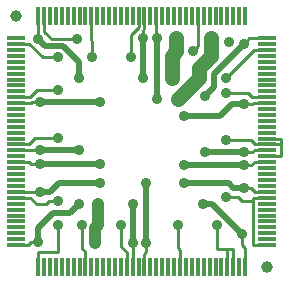
<source format=gtl>
%FSTAX23Y23*%
%MOIN*%
%SFA1B1*%

%IPPOS*%
%ADD10R,0.062990X0.011810*%
%ADD11R,0.011810X0.062990*%
%ADD12C,0.039370*%
%ADD13C,0.039370*%
%ADD14C,0.009840*%
%ADD15C,0.009840*%
%ADD16C,0.019690*%
%ADD17C,0.039370*%
%ADD18C,0.050000*%
%ADD19C,0.035430*%
%ADD20C,0.035430*%
%LNpqfp_fpga_fan-out-1*%
%LPD*%
G54D10*
X01022Y00838D03*
Y00818D03*
Y00799D03*
Y00779D03*
X00187Y00582D03*
Y00661D03*
Y0072D03*
Y0074D03*
Y00759D03*
Y00779D03*
Y00799D03*
Y00247D03*
X01022Y00759D03*
Y0074D03*
Y0072D03*
Y00661D03*
Y00641D03*
Y00621D03*
Y00602D03*
Y00582D03*
Y00464D03*
Y00444D03*
Y00425D03*
Y00405D03*
Y00346D03*
Y00326D03*
Y00306D03*
Y00287D03*
Y00267D03*
Y00247D03*
X00187Y00306D03*
Y00326D03*
Y00267D03*
Y00287D03*
Y00562D03*
X01022Y00385D03*
Y00484D03*
Y0068D03*
X00187D03*
Y00484D03*
Y00385D03*
Y00897D03*
X01022Y00877D03*
Y00208D03*
Y00228D03*
Y00365D03*
Y00503D03*
Y00523D03*
Y00543D03*
Y00562D03*
Y007D03*
Y00858D03*
Y00897D03*
X00187Y00877D03*
Y007D03*
Y00543D03*
Y00523D03*
Y00503D03*
Y00365D03*
Y00208D03*
Y00858D03*
Y00228D03*
Y00464D03*
Y00444D03*
Y00425D03*
Y00405D03*
Y00346D03*
Y00838D03*
Y00818D03*
Y00641D03*
Y00621D03*
Y00602D03*
G54D11*
X00299Y0097D03*
X00339D03*
X00358D03*
X00378D03*
X00398D03*
X00417D03*
X00457D03*
X00693D03*
X00713D03*
X00732D03*
X00752D03*
X00772D03*
X00811D03*
X00831D03*
X00851D03*
X0087D03*
X0089D03*
X0091D03*
X00477D03*
X00496D03*
X00516D03*
X00536D03*
X00555D03*
X00575D03*
X00634D03*
X00673D03*
X0087Y00135D03*
X00831D03*
X00811D03*
X00792D03*
X00772D03*
X00713D03*
X00752D03*
X00693D03*
X00673D03*
X00654D03*
X00634D03*
X00595D03*
X00536D03*
X00614D03*
X00654Y0097D03*
X0028D03*
X00319D03*
X00929D03*
X00949D03*
X00929Y00135D03*
X0026D03*
X00299D03*
X00319D03*
X00339D03*
X00358D03*
X00378D03*
X00398D03*
X00417D03*
X00437D03*
X00457D03*
X00477D03*
X00496D03*
X00516D03*
X00555D03*
X00575D03*
X00732D03*
X00851D03*
X0089D03*
X0091D03*
X00949D03*
X00792Y0097D03*
X00614D03*
X00595D03*
X00437D03*
X0026D03*
X0028Y00135D03*
G54D12*
X00187Y0097D03*
G54D13*
X01022Y00135D03*
G54D14*
X0026Y00135D02*
Y00183D01*
X00325*
Y00273*
X00405Y00198D02*
X00417Y00185D01*
Y00135D02*
Y00185D01*
X00405Y00198D02*
Y00273D01*
X00575Y00135D02*
Y00213D01*
X00187Y00543D02*
X0023D01*
X00187Y00523D02*
X00264D01*
X0023Y00543D02*
X0025Y00563D01*
X00187Y007D02*
X00232D01*
X00255Y00723*
X0023Y00877D02*
X00275Y00833D01*
X0028Y00917D02*
Y0097D01*
X0025Y00563D02*
X00325D01*
X00255Y00723D02*
X00325D01*
X0028Y00917D02*
X00305Y00893D01*
X00275Y00833D02*
X00325D01*
X00305Y00893D02*
X0039D01*
X0044Y00833D02*
Y00888D01*
X00437Y0089D02*
X0044Y00888D01*
X00437Y0089D02*
Y0097D01*
X0057Y00833D02*
Y00908D01*
X00595Y00933*
X0061Y00898D02*
Y00923D01*
X00595Y00933D02*
Y0097D01*
X00614Y00135D02*
Y00177D01*
X0062Y00183*
Y00213*
X00732Y00135D02*
Y0019D01*
X00725Y00198D02*
X00732Y0019D01*
X00725Y00198D02*
Y00273D01*
X0089Y00135D02*
Y00193D01*
X0091Y00135D02*
Y00193D01*
X00855D02*
X0091D01*
X00949Y00135D02*
Y00198D01*
X00855Y00193D02*
Y00273D01*
X0094Y00208D02*
Y00243D01*
X00885Y00368D02*
X00925D01*
X0094Y00353*
Y00208D02*
X00949Y00198D01*
X0094Y00353D02*
X00975D01*
Y00208D02*
Y00365D01*
Y00208D02*
X01022D01*
X00975Y00365D02*
X01022D01*
X00982Y00385D02*
X01022D01*
X00945Y00398D02*
X0097D01*
X00982Y00385*
X00945Y00518D02*
X00975D01*
X01022Y00503D02*
X0107D01*
Y00562*
X0061Y00923D02*
X00614Y00927D01*
Y0097*
X00775Y00853D02*
X00792Y0087D01*
Y0097*
X00654Y00898D02*
Y0097D01*
X00975Y00518D02*
X0098Y00523D01*
X01022*
X00984Y00543D02*
X0107D01*
X00885Y00558D02*
X0097D01*
X00984Y00543*
X01022Y00562D02*
X0107D01*
X00885Y00763D02*
X0098Y00858D01*
X00945Y00878D02*
X00964Y00897D01*
X01022*
X0098Y00858D02*
X01022D01*
G54D15*
X00187Y00208D02*
X00225D01*
X00226D02*
X00236Y00218D01*
X0026*
X00255Y00343D02*
X00285D01*
X00187Y00365D02*
X00232D01*
X00255Y00343*
X00237Y00385D02*
X0024Y00383D01*
X00285Y00343D02*
X00295Y00353D01*
X00187Y00484D02*
X00228D01*
X00235Y00478*
X0024Y00383D02*
X00265D01*
X00187Y00385D02*
X00237D01*
X00235Y00478D02*
X00265D01*
X00555Y00135D02*
Y00182D01*
X00295Y00353D02*
X00325D01*
X00535Y00203D02*
X00555Y00182D01*
X00535Y00203D02*
Y00273D01*
X00187Y0068D02*
X00237D01*
X0024Y00683*
X00265*
X00187Y00877D02*
X0023D01*
X0026Y00893D02*
Y0097D01*
X00945Y00473D02*
X0097D01*
X00981Y00484*
X01022*
X00945Y00678D02*
X00975D01*
X00977Y0068*
X01022*
X00885Y00713D02*
X0096D01*
X00972Y007*
X01022D01*
G54D16*
X0026Y00218D02*
Y00263D01*
X00265Y00383D02*
X003D01*
X0026Y00263D02*
X0031Y00313D01*
X00365*
X003Y00383D02*
X0033Y00413D01*
X00365Y00313D02*
X00395Y00343D01*
X00265Y00478D02*
X00465D01*
X0033Y00413D02*
X00465D01*
X00575Y00213D02*
Y00343D01*
X00265Y00523D02*
X00395D01*
X00265Y00683D02*
X00465D01*
X0026Y00893D02*
X00283Y0087D01*
X00343*
X00395Y00763D02*
Y00818D01*
X00343Y0087D02*
X00395Y00818D01*
X0061Y00763D02*
Y00898D01*
X0062Y00213D02*
Y00413D01*
X0081Y00343D02*
X0084D01*
X00745Y00413D02*
X00895D01*
X0084Y00343D02*
X0094Y00243D01*
X00895Y00413D02*
X0091Y00398D01*
X00945*
X00745Y00473D02*
X00945D01*
X00815Y00518D02*
X00945D01*
X00655Y00693D02*
Y00898D01*
X00745Y00638D02*
X00865D01*
X00815Y00703D02*
X00845Y00733D01*
Y00778*
X00865Y00638D02*
X00905Y00678D01*
X00945*
X00845Y00778D02*
X00945Y00878D01*
G54D17*
X0045Y00213D02*
Y00263D01*
X0046Y00273*
Y00343*
G54D18*
X00705Y00763D02*
Y00838D01*
X00725Y00693D02*
X00795Y00763D01*
Y00798*
X00705Y00838D02*
X0072Y00853D01*
Y00898*
X00795Y00798D02*
X00835Y00838D01*
Y00898*
G54D19*
X0026Y00218D03*
X00265Y00383D03*
Y00478D03*
X00325Y00353D03*
X00575Y00213D03*
X00535Y00273D03*
X00265Y00523D03*
X00325Y00563D03*
X00265Y00683D03*
X00325Y00723D03*
X0026Y00893D03*
X00325Y00833D03*
X0057D03*
X0061Y00898D03*
X0062Y00213D03*
X00855Y00273D03*
X00885Y00368D03*
X00945Y00398D03*
X00885Y00558D03*
X00945Y00473D03*
Y00518D03*
X00655Y00898D03*
X00945Y00678D03*
X00885Y00713D03*
G54D20*
X00325Y00273D03*
X00405D03*
X00395Y00343D03*
X0045Y00213D03*
X0046Y00343D03*
X00465Y00413D03*
X00575Y00343D03*
X00465Y00478D03*
X0039Y00893D03*
X00395Y00523D03*
X00465Y00683D03*
X00395Y00763D03*
X0044Y00833D03*
X0061Y00763D03*
X00725Y00273D03*
X0081Y00343D03*
X0062Y00413D03*
X00745D03*
Y00473D03*
X00815Y00518D03*
X0094Y00243D03*
X00655Y00693D03*
X00745Y00638D03*
X00725Y00693D03*
X00705Y00763D03*
X00775Y00853D03*
X0072Y00898D03*
X00815Y00703D03*
X00885Y00763D03*
X00835Y00898D03*
X00945Y00878D03*
X00895Y00883D03*
M02*
</source>
